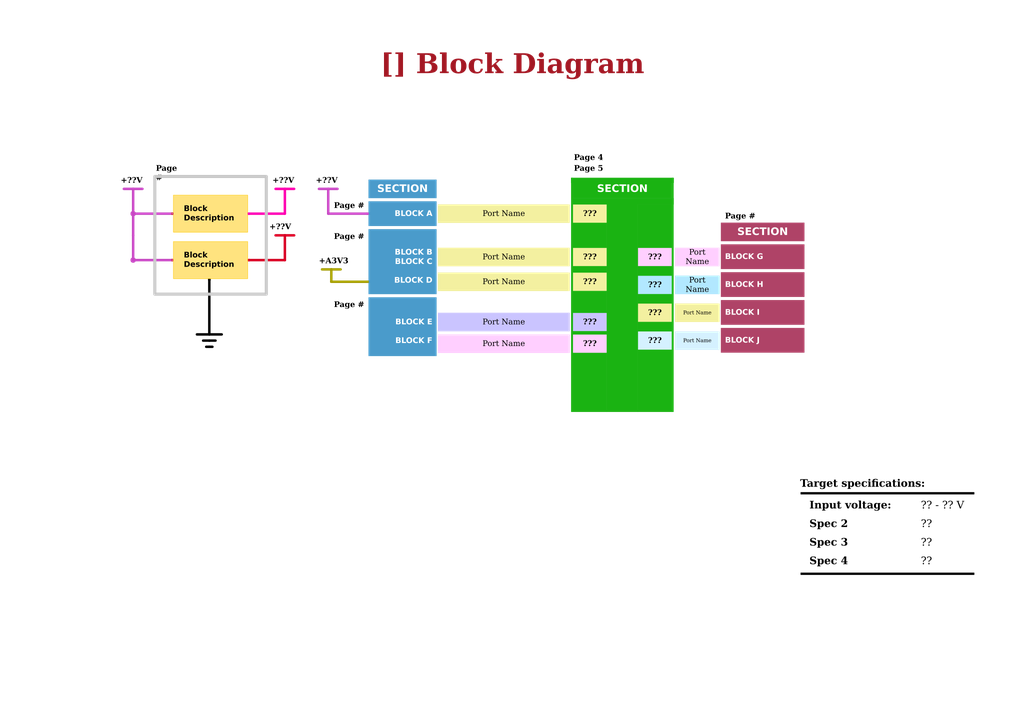
<source format=kicad_sch>
(kicad_sch
	(version 20250114)
	(generator "eeschema")
	(generator_version "9.0")
	(uuid "d4440dba-022e-49b2-97f2-6fc1871c7304")
	(paper "A3")
	(title_block
		(title "Block Diagram")
		(date "2026-01-31")
		(rev "${REVISION}")
		(company "${COMPANY}")
	)
	(lib_symbols)
	(rectangle
		(start 248.92 83.185)
		(end 261.62 168.91)
		(stroke
			(width 0)
			(type default)
			(color 26 179 18 1)
		)
		(fill
			(type color)
			(color 26 179 18 1)
		)
		(uuid 051b3dab-07ca-4b94-92bb-989d74ed83ce)
	)
	(rectangle
		(start 101.727 87.249)
		(end 102.362 88.011)
		(stroke
			(width 0.25)
			(type default)
			(color 255 0 171 1)
		)
		(fill
			(type color)
			(color 255 0 171 1)
		)
		(uuid 12a8f300-c059-4689-9da2-e775c9b7b222)
	)
	(rectangle
		(start 234.315 73.025)
		(end 276.225 74.93)
		(stroke
			(width 0.254)
			(type default)
			(color 26 179 18 1)
		)
		(fill
			(type color)
			(color 26 179 18 1)
		)
		(uuid 1c38ab9f-78ac-4525-a905-692b68e0d7be)
	)
	(rectangle
		(start 261.62 83.82)
		(end 275.59 101.6)
		(stroke
			(width 0)
			(type default)
			(color 26 179 18 1)
		)
		(fill
			(type color)
			(color 26 179 18 1)
		)
		(uuid 26212d99-97fb-4a34-b4ec-26a67ba18c64)
	)
	(rectangle
		(start 234.95 119.38)
		(end 248.92 128.27)
		(stroke
			(width 0)
			(type default)
			(color 26 179 18 1)
		)
		(fill
			(type color)
			(color 26 179 18 1)
		)
		(uuid 33939e83-1742-40c8-b78d-5af3b914ab31)
	)
	(rectangle
		(start 150.495 115.189)
		(end 151.13 115.951)
		(stroke
			(width 0.25)
			(type default)
			(color 162 155 0 1)
		)
		(fill
			(type color)
			(color 162 155 0 1)
		)
		(uuid 3b840477-c973-44d9-8a43-b3feac50c6bc)
	)
	(rectangle
		(start 275.59 73.025)
		(end 276.225 168.91)
		(stroke
			(width 0)
			(type default)
			(color 26 179 18 1)
		)
		(fill
			(type color)
			(color 26 179 18 1)
		)
		(uuid 43ad7506-e0d7-49b6-972c-517451df1dd9)
	)
	(rectangle
		(start 70.358 87.249)
		(end 70.993 88.011)
		(stroke
			(width 0.25)
			(type default)
			(color 200 50 50 1)
		)
		(fill
			(type color)
			(color 200 50 50 1)
		)
		(uuid 4c6cb9bc-6ebc-49a3-893d-9406d03eb74b)
	)
	(rectangle
		(start 261.62 132.08)
		(end 275.59 135.89)
		(stroke
			(width 0)
			(type default)
			(color 26 179 18 1)
		)
		(fill
			(type color)
			(color 26 179 18 1)
		)
		(uuid 5911023f-b729-4638-87b7-c8fa6a2da4ad)
	)
	(rectangle
		(start 71.12 99.06)
		(end 101.6 114.3)
		(stroke
			(width 0)
			(type default)
			(color 255 200 0 0.5019607843)
		)
		(fill
			(type color)
			(color 255 200 0 0.5019607843)
		)
		(uuid 6d27083e-baf9-459e-b0dc-430395e74362)
	)
	(rectangle
		(start 150.495 87.249)
		(end 151.13 88.011)
		(stroke
			(width 0.25)
			(type default)
			(color 198 71 194 1)
		)
		(fill
			(type color)
			(color 198 71 194 1)
		)
		(uuid 70402685-b75b-4b36-9a72-62f7d7d97bb6)
	)
	(rectangle
		(start 261.62 120.65)
		(end 275.59 124.46)
		(stroke
			(width 0)
			(type default)
			(color 26 179 18 1)
		)
		(fill
			(type color)
			(color 26 179 18 1)
		)
		(uuid 704c4eca-e0af-4df0-a6c1-739054ac1983)
	)
	(rectangle
		(start 234.95 109.22)
		(end 248.92 111.76)
		(stroke
			(width 0)
			(type default)
			(color 26 179 18 1)
		)
		(fill
			(type color)
			(color 26 179 18 1)
		)
		(uuid 74c5f5ac-510e-4c99-8e0e-ca2d145a7687)
	)
	(rectangle
		(start 261.62 109.22)
		(end 275.59 113.03)
		(stroke
			(width 0)
			(type default)
			(color 26 179 18 1)
		)
		(fill
			(type color)
			(color 26 179 18 1)
		)
		(uuid 87d7856c-4e25-4074-8ed9-6d9286fce9a4)
	)
	(rectangle
		(start 63.5 72.39)
		(end 109.22 120.65)
		(stroke
			(width 1.27)
			(type default)
			(color 200 200 200 1)
		)
		(fill
			(type none)
		)
		(uuid 897139e0-9c3f-4923-b42e-05cc6d59978b)
	)
	(rectangle
		(start 85.344 114.3)
		(end 86.36 115.062)
		(stroke
			(width 0.001)
			(type default)
			(color 0 0 0 1)
		)
		(fill
			(type color)
			(color 0 0 0 1)
		)
		(uuid 8fb245d6-696e-46a9-aee0-fc71b1bd2811)
	)
	(rectangle
		(start 70.358 106.299)
		(end 70.993 107.061)
		(stroke
			(width 0.25)
			(type default)
			(color 200 50 50 1)
		)
		(fill
			(type color)
			(color 200 50 50 1)
		)
		(uuid 926c14cd-51d6-4183-83aa-3acd3f364634)
	)
	(rectangle
		(start 328.422 234.95)
		(end 399.542 235.712)
		(stroke
			(width 0)
			(type default)
			(color 0 0 0 1)
		)
		(fill
			(type color)
			(color 0 0 0 1)
		)
		(uuid 96358351-64fb-49b9-98d4-c975a586b1c3)
	)
	(rectangle
		(start 234.95 135.89)
		(end 248.92 137.16)
		(stroke
			(width 0)
			(type default)
			(color 26 179 18 1)
		)
		(fill
			(type color)
			(color 26 179 18 1)
		)
		(uuid 97242065-2f97-4ca3-afed-c927195a53b5)
	)
	(rectangle
		(start 101.727 106.299)
		(end 102.362 107.061)
		(stroke
			(width 0.25)
			(type default)
			(color 212 0 32 1)
		)
		(fill
			(type color)
			(color 212 0 32 1)
		)
		(uuid b511ed02-73dc-4aca-8856-32e3a0e7b2bd)
	)
	(rectangle
		(start 234.95 91.44)
		(end 248.92 101.6)
		(stroke
			(width 0)
			(type default)
			(color 26 179 18 1)
		)
		(fill
			(type color)
			(color 26 179 18 1)
		)
		(uuid b7a01405-5415-4722-a9d4-e1bc398d69f2)
	)
	(rectangle
		(start 261.62 143.51)
		(end 275.59 168.91)
		(stroke
			(width 0)
			(type default)
			(color 26 179 18 1)
		)
		(fill
			(type color)
			(color 26 179 18 1)
		)
		(uuid c05a42e9-546b-43b1-a369-f14860ee7f90)
	)
	(rectangle
		(start 234.95 144.78)
		(end 248.92 168.91)
		(stroke
			(width 0)
			(type default)
			(color 26 179 18 1)
		)
		(fill
			(type color)
			(color 26 179 18 1)
		)
		(uuid c0f61f09-5d95-4ea6-baa5-6b9b5ba11fd4)
	)
	(circle
		(center 54.61 106.68)
		(radius 1.016)
		(stroke
			(width 0)
			(type default)
			(color 198 71 194 1)
		)
		(fill
			(type color)
			(color 198 71 194 1)
		)
		(uuid c30887ce-e8b0-4e61-8035-f856b5a10339)
	)
	(rectangle
		(start 328.422 201.93)
		(end 399.542 202.692)
		(stroke
			(width 0)
			(type default)
			(color 0 0 0 1)
		)
		(fill
			(type color)
			(color 0 0 0 1)
		)
		(uuid ca4906af-4562-456f-b79d-f6f2c9056c36)
	)
	(rectangle
		(start 71.12 80.01)
		(end 101.6 95.25)
		(stroke
			(width 0)
			(type default)
			(color 255 200 0 0.5019607843)
		)
		(fill
			(type color)
			(color 255 200 0 0.5019607843)
		)
		(uuid d13c4f55-d46a-439a-a208-cbdf66d39a09)
	)
	(rectangle
		(start 234.315 73.025)
		(end 234.95 168.91)
		(stroke
			(width 0)
			(type default)
			(color 26 179 18 1)
		)
		(fill
			(type color)
			(color 26 179 18 1)
		)
		(uuid dc9ef58a-3544-4871-98b7-f59b2deb6c2b)
	)
	(rectangle
		(start 234.95 81.28)
		(end 276.225 83.82)
		(stroke
			(width 0)
			(type default)
			(color 26 179 18 1)
		)
		(fill
			(type color)
			(color 26 179 18 1)
		)
		(uuid f6ac3050-3d82-4a34-858d-91b5402f431f)
	)
	(circle
		(center 54.61 87.63)
		(radius 1.016)
		(stroke
			(width 0)
			(type default)
			(color 198 71 194 1)
		)
		(fill
			(type color)
			(color 198 71 194 1)
		)
		(uuid fb962045-e3ad-427d-8e13-7189ce103507)
	)
	(text "+??V"
		(exclude_from_sim no)
		(at 49.53 76.2 0)
		(effects
			(font
				(face "Times New Roman")
				(size 2.286 2.286)
				(thickness 0.4572)
				(bold yes)
				(color 0 0 0 1)
			)
			(justify left bottom)
		)
		(uuid "101bf075-2779-4382-8921-8033e4839d29")
	)
	(text "+??V"
		(exclude_from_sim no)
		(at 129.54 76.2 0)
		(effects
			(font
				(face "Times New Roman")
				(size 2.286 2.286)
				(thickness 0.4572)
				(bold yes)
				(color 0 0 0 1)
			)
			(justify left bottom)
		)
		(uuid "23593793-e5e2-4dd7-8899-50a4202bb53e")
	)
	(text "+A3V3"
		(exclude_from_sim no)
		(at 130.81 109.22 0)
		(effects
			(font
				(face "Times New Roman")
				(size 2.286 2.286)
				(thickness 0.4572)
				(bold yes)
				(color 0 0 0 1)
			)
			(justify left bottom)
		)
		(uuid "7cb39811-7e9e-4b6a-b7ed-352cfdbf227b")
	)
	(text "+??V"
		(exclude_from_sim no)
		(at 119.38 95.25 0)
		(effects
			(font
				(face "Times New Roman")
				(size 2.286 2.286)
				(thickness 0.4572)
				(bold yes)
				(color 0 0 0 1)
			)
			(justify right bottom)
		)
		(uuid "ad6e3829-3684-4af1-9a28-ced841b0c880")
	)
	(text "+??V"
		(exclude_from_sim no)
		(at 120.65 76.2 0)
		(effects
			(font
				(face "Times New Roman")
				(size 2.286 2.286)
				(thickness 0.4572)
				(bold yes)
				(color 0 0 0 1)
			)
			(justify right bottom)
		)
		(uuid "f6a5ad4b-42cb-4635-94fa-d83f0234055d")
	)
	(text_box "SECTION"
		(exclude_from_sim no)
		(at 295.656 91.313 0)
		(size 34.29 7.62)
		(margins 2.2859 2.2859 2.2859 2.2859)
		(stroke
			(width -0.0001)
			(type default)
		)
		(fill
			(type color)
			(color 175 67 103 1)
		)
		(effects
			(font
				(face "Arial")
				(size 3.048 3.048)
				(bold yes)
				(color 255 255 255 1)
			)
		)
		(uuid "08792924-1597-48a7-a535-4ea702d4e92a")
	)
	(text_box "Spec 4"
		(exclude_from_sim no)
		(at 329.692 226.06 0)
		(size 44.45 7.62)
		(margins 2.2859 2.2859 2.2859 2.2859)
		(stroke
			(width -0.0001)
			(type default)
		)
		(fill
			(type none)
		)
		(effects
			(font
				(face "Times New Roman")
				(size 3.048 3.048)
				(thickness 0.4572)
				(bold yes)
				(color 0 0 0 1)
			)
			(justify left top)
		)
		(uuid "0b8fa12d-be48-46d8-a337-f14f24e9a703")
	)
	(text_box "BLOCK H"
		(exclude_from_sim no)
		(at 295.656 111.633 0)
		(size 34.29 10.16)
		(margins 1.7144 1.7144 1.7144 1.7144)
		(stroke
			(width -0.0001)
			(type default)
		)
		(fill
			(type color)
			(color 175 67 103 1)
		)
		(effects
			(font
				(face "Arial")
				(size 2.286 2.286)
				(bold yes)
				(color 255 255 255 1)
			)
			(justify left)
		)
		(uuid "0b9b765b-8d21-4bd4-bfcc-8abb2cd50003")
	)
	(text_box "\nBLOCK B\nBLOCK C\n\nBLOCK D"
		(exclude_from_sim no)
		(at 151.13 93.98 0)
		(size 27.94 26.67)
		(margins 1.7144 1.7144 1.7144 1.7144)
		(stroke
			(width -0.0001)
			(type default)
		)
		(fill
			(type color)
			(color 74 155 203 1)
		)
		(effects
			(font
				(face "Arial")
				(size 2.286 2.286)
				(bold yes)
				(color 255 255 255 1)
			)
			(justify right)
		)
		(uuid "0ca6e80b-6bc5-4e32-b003-d47921d4eb4e")
	)
	(text_box "BLOCK I"
		(exclude_from_sim no)
		(at 295.656 123.063 0)
		(size 34.29 10.16)
		(margins 1.7144 1.7144 1.7144 1.7144)
		(stroke
			(width -0.0001)
			(type default)
		)
		(fill
			(type color)
			(color 175 67 103 1)
		)
		(effects
			(font
				(face "Arial")
				(size 2.286 2.286)
				(bold yes)
				(color 255 255 255 1)
			)
			(justify left)
		)
		(uuid "11e64421-736a-42af-9a25-95ee829c7839")
	)
	(text_box "?? - ?? V"
		(exclude_from_sim no)
		(at 375.412 203.2 0)
		(size 24.13 7.62)
		(margins 2.2859 2.2859 2.2859 2.2859)
		(stroke
			(width -0.0001)
			(type default)
		)
		(fill
			(type none)
		)
		(effects
			(font
				(face "Times New Roman")
				(size 3.048 3.048)
				(color 0 0 0 1)
			)
			(justify left top)
		)
		(uuid "15dd005a-2a1f-436c-a9b8-4953c7e00daf")
	)
	(text_box "Block\nDescription"
		(exclude_from_sim no)
		(at 73.66 82.55 0)
		(size 25.4 10.16)
		(margins 1.7144 1.7144 1.7144 1.7144)
		(stroke
			(width -0.0001)
			(type default)
		)
		(fill
			(type none)
		)
		(effects
			(font
				(face "Arial")
				(size 2.286 2.286)
				(thickness 0.254)
				(bold yes)
				(color 0 0 0 1)
			)
			(justify left top)
		)
		(uuid "2663f24d-cd9a-4dae-a281-16b6b61253ad")
	)
	(text_box "??"
		(exclude_from_sim no)
		(at 375.412 226.06 0)
		(size 24.13 7.62)
		(margins 2.2859 2.2859 2.2859 2.2859)
		(stroke
			(width -0.0001)
			(type default)
		)
		(fill
			(type none)
		)
		(effects
			(font
				(face "Times New Roman")
				(size 3.048 3.048)
				(color 0 0 0 1)
			)
			(justify left top)
		)
		(uuid "286ce998-255c-48c3-a453-7c9a43b4377f")
	)
	(text_box "SECTION"
		(exclude_from_sim no)
		(at 234.95 73.66 0)
		(size 40.64 7.62)
		(margins 2.2859 2.2859 2.2859 2.2859)
		(stroke
			(width -0.0001)
			(type default)
		)
		(fill
			(type color)
			(color 26 179 18 1)
		)
		(effects
			(font
				(face "Arial")
				(size 3.048 3.048)
				(bold yes)
				(color 255 255 255 1)
			)
		)
		(uuid "303e44ee-abec-47f8-8dea-369c5a3e7105")
	)
	(text_box "???"
		(exclude_from_sim no)
		(at 234.95 101.6 0)
		(size 13.97 7.62)
		(margins 1.7144 1.7144 1.7144 1.7144)
		(stroke
			(width -0.0001)
			(type default)
		)
		(fill
			(type color)
			(color 243 240 160 1)
		)
		(effects
			(font
				(face "Times New Roman")
				(size 2.286 2.286)
				(bold yes)
				(color 0 0 0 1)
			)
		)
		(uuid "31760221-0d6f-4f56-83a1-ee270701886f")
	)
	(text_box "Port Name"
		(exclude_from_sim no)
		(at 276.86 101.6 0)
		(size 18.288 7.62)
		(margins 1.7144 1.7144 1.7144 1.7144)
		(stroke
			(width -0.0001)
			(type default)
		)
		(fill
			(type color)
			(color 255 207 255 1)
		)
		(effects
			(font
				(face "Times New Roman")
				(size 2.286 2.286)
				(italic yes)
				(color 0 0 0 1)
			)
		)
		(uuid "3821ca79-fb94-443d-a0d0-b8f77f4280b0")
	)
	(text_box "BLOCK G"
		(exclude_from_sim no)
		(at 295.656 100.203 0)
		(size 34.29 10.16)
		(margins 1.7144 1.7144 1.7144 1.7144)
		(stroke
			(width -0.0001)
			(type default)
		)
		(fill
			(type color)
			(color 175 67 103 1)
		)
		(effects
			(font
				(face "Arial")
				(size 2.286 2.286)
				(bold yes)
				(color 255 255 255 1)
			)
			(justify left)
		)
		(uuid "3876e24b-eb64-40f0-82f4-8ed551a76338")
	)
	(text_box "???"
		(exclude_from_sim no)
		(at 234.95 137.16 0)
		(size 13.97 7.62)
		(margins 1.7144 1.7144 1.7144 1.7144)
		(stroke
			(width -0.0001)
			(type default)
		)
		(fill
			(type color)
			(color 255 207 255 1)
		)
		(effects
			(font
				(face "Times New Roman")
				(size 2.286 2.286)
				(bold yes)
				(color 0 0 0 1)
			)
		)
		(uuid "3a803ec7-48bf-494a-8620-a6b0d82a5e96")
	)
	(text_box "Page #"
		(exclude_from_sim no)
		(at 133.35 81.28 0)
		(size 17.78 5.08)
		(margins 1.7144 1.7144 1.7144 1.7144)
		(stroke
			(width -0.0001)
			(type default)
		)
		(fill
			(type none)
		)
		(effects
			(font
				(face "Times New Roman")
				(size 2.286 2.286)
				(thickness 0.4572)
				(bold yes)
				(color 0 0 0 1)
			)
			(justify right top)
		)
		(uuid "437beeb4-8fab-4629-8a22-68c4be7a2c41")
	)
	(text_box "Port Name"
		(exclude_from_sim no)
		(at 276.86 135.89 0)
		(size 18.288 7.62)
		(margins 1.1429 1.1429 1.1429 1.1429)
		(stroke
			(width -0.0001)
			(type default)
		)
		(fill
			(type color)
			(color 213 241 255 1)
		)
		(effects
			(font
				(face "Times New Roman")
				(size 1.524 1.524)
				(italic yes)
				(color 0 0 0 1)
			)
		)
		(uuid "5bc00d08-ece7-489a-82a0-99db7e5f4aea")
	)
	(text_box "Port Name"
		(exclude_from_sim no)
		(at 179.578 101.6 0)
		(size 54.102 7.62)
		(margins 1.7144 1.7144 1.7144 1.7144)
		(stroke
			(width -0.0001)
			(type default)
		)
		(fill
			(type color)
			(color 243 240 160 1)
		)
		(effects
			(font
				(face "Times New Roman")
				(size 2.286 2.286)
				(italic yes)
				(color 0 0 0 1)
			)
		)
		(uuid "5ce5a322-8350-4910-8fa8-1f7f1d462e6a")
	)
	(text_box "Port Name"
		(exclude_from_sim no)
		(at 276.86 124.46 0)
		(size 18.288 7.62)
		(margins 1.1429 1.1429 1.1429 1.1429)
		(stroke
			(width -0.0001)
			(type default)
		)
		(fill
			(type color)
			(color 243 240 160 1)
		)
		(effects
			(font
				(face "Times New Roman")
				(size 1.524 1.524)
				(italic yes)
				(color 0 0 0 1)
			)
		)
		(uuid "5f4a2d80-9818-43e5-9ca8-d8665fb36805")
	)
	(text_box "Page 4"
		(exclude_from_sim no)
		(at 233.68 61.595 0)
		(size 24.765 5.08)
		(margins 1.7144 1.7144 1.7144 1.7144)
		(stroke
			(width -0.0001)
			(type default)
		)
		(fill
			(type none)
		)
		(effects
			(font
				(face "Times New Roman")
				(size 2.286 2.286)
				(thickness 0.4572)
				(bold yes)
				(color 0 0 0 1)
			)
			(justify left top)
		)
		(uuid "5fb758b9-5535-46ac-bcbe-588aaeffe614")
	)
	(text_box "???"
		(exclude_from_sim no)
		(at 261.62 113.03 0)
		(size 13.97 7.62)
		(margins 1.7144 1.7144 1.7144 1.7144)
		(stroke
			(width -0.0001)
			(type default)
		)
		(fill
			(type color)
			(color 178 232 255 1)
		)
		(effects
			(font
				(face "Times New Roman")
				(size 2.286 2.286)
				(bold yes)
				(color 0 0 0 1)
			)
		)
		(uuid "6bb82d71-4237-4fb9-a71e-68c5a65a7171")
	)
	(text_box "Page #"
		(exclude_from_sim no)
		(at 133.35 121.92 0)
		(size 17.78 5.08)
		(margins 1.7144 1.7144 1.7144 1.7144)
		(stroke
			(width -0.0001)
			(type default)
		)
		(fill
			(type none)
		)
		(effects
			(font
				(face "Times New Roman")
				(size 2.286 2.286)
				(thickness 0.4572)
				(bold yes)
				(color 0 0 0 1)
			)
			(justify right top)
			(href "#")
		)
		(uuid "71234750-6a94-4706-b48c-45e77bb2fa83")
	)
	(text_box "[${#}] ${TITLE}"
		(exclude_from_sim no)
		(at 144.78 20.32 0)
		(size 130.81 12.7)
		(margins 5.9999 5.9999 5.9999 5.9999)
		(stroke
			(width -0.0001)
			(type default)
		)
		(fill
			(type none)
		)
		(effects
			(font
				(face "Times New Roman")
				(size 8 8)
				(thickness 1.2)
				(bold yes)
				(color 162 22 34 1)
			)
		)
		(uuid "73b2b29c-2473-4e80-be0b-4f57c6856c3e")
	)
	(text_box "??"
		(exclude_from_sim no)
		(at 375.412 210.82 0)
		(size 24.13 7.62)
		(margins 2.2859 2.2859 2.2859 2.2859)
		(stroke
			(width -0.0001)
			(type default)
		)
		(fill
			(type none)
		)
		(effects
			(font
				(face "Times New Roman")
				(size 3.048 3.048)
				(color 0 0 0 1)
			)
			(justify left top)
		)
		(uuid "79a60212-4382-435d-b74b-f889451ff3a1")
	)
	(text_box "Input voltage:"
		(exclude_from_sim no)
		(at 329.692 203.2 0)
		(size 41.91 7.62)
		(margins 2.2859 2.2859 2.2859 2.2859)
		(stroke
			(width -0.0001)
			(type default)
		)
		(fill
			(type none)
		)
		(effects
			(font
				(face "Times New Roman")
				(size 3.048 3.048)
				(thickness 0.4572)
				(bold yes)
				(color 0 0 0 1)
			)
			(justify left top)
		)
		(uuid "7a48ef1e-fc21-4f84-87ab-2b944a808bd0")
	)
	(text_box "SECTION"
		(exclude_from_sim no)
		(at 151.13 73.66 0)
		(size 27.94 7.62)
		(margins 2.2859 2.2859 2.2859 2.2859)
		(stroke
			(width -0.0001)
			(type default)
		)
		(fill
			(type color)
			(color 74 155 203 1)
		)
		(effects
			(font
				(face "Arial")
				(size 3.048 3.048)
				(bold yes)
				(color 255 255 255 1)
			)
		)
		(uuid "7a77dff7-2b2f-4cc0-b247-3708c3bf73e3")
	)
	(text_box "Port Name"
		(exclude_from_sim no)
		(at 179.578 137.16 0)
		(size 54.102 7.62)
		(margins 1.7144 1.7144 1.7144 1.7144)
		(stroke
			(width -0.0001)
			(type default)
		)
		(fill
			(type color)
			(color 255 207 255 1)
		)
		(effects
			(font
				(face "Times New Roman")
				(size 2.286 2.286)
				(italic yes)
				(color 0 0 0 1)
			)
		)
		(uuid "84849006-fb86-4477-a3f4-4ca49bfeb231")
	)
	(text_box "Page #"
		(exclude_from_sim no)
		(at 133.35 93.98 0)
		(size 17.78 5.08)
		(margins 1.7144 1.7144 1.7144 1.7144)
		(stroke
			(width -0.0001)
			(type default)
		)
		(fill
			(type none)
		)
		(effects
			(font
				(face "Times New Roman")
				(size 2.286 2.286)
				(thickness 0.4572)
				(bold yes)
				(color 0 0 0 1)
			)
			(justify right top)
		)
		(uuid "87f20548-41ba-4502-b504-e75401f699bf")
	)
	(text_box "???"
		(exclude_from_sim no)
		(at 234.95 128.27 0)
		(size 13.97 7.62)
		(margins 1.7144 1.7144 1.7144 1.7144)
		(stroke
			(width -0.0001)
			(type default)
		)
		(fill
			(type color)
			(color 202 196 255 1)
		)
		(effects
			(font
				(face "Times New Roman")
				(size 2.286 2.286)
				(bold yes)
				(color 0 0 0 1)
			)
		)
		(uuid "88cc83e7-7bb4-4d6b-9595-b9e1bee5e04b")
	)
	(text_box "Target specifications:"
		(exclude_from_sim no)
		(at 325.882 194.31 0)
		(size 73.66 7.62)
		(margins 2.2859 2.2859 2.2859 2.2859)
		(stroke
			(width -0.0001)
			(type default)
		)
		(fill
			(type none)
		)
		(effects
			(font
				(face "Times New Roman")
				(size 3.048 3.048)
				(thickness 0.4572)
				(bold yes)
				(color 0 0 0 1)
			)
			(justify left top)
		)
		(uuid "92d1b8db-5c65-4f81-bd38-95477ba2f196")
	)
	(text_box "???"
		(exclude_from_sim no)
		(at 234.95 111.76 0)
		(size 13.97 7.62)
		(margins 1.7144 1.7144 1.7144 1.7144)
		(stroke
			(width -0.0001)
			(type default)
		)
		(fill
			(type color)
			(color 243 240 160 1)
		)
		(effects
			(font
				(face "Times New Roman")
				(size 2.286 2.286)
				(bold yes)
				(color 0 0 0 1)
			)
		)
		(uuid "944097c9-4bfa-4c51-95fb-545c2fe74181")
	)
	(text_box "???"
		(exclude_from_sim no)
		(at 261.62 135.89 0)
		(size 13.97 7.62)
		(margins 1.7144 1.7144 1.7144 1.7144)
		(stroke
			(width -0.0001)
			(type default)
		)
		(fill
			(type color)
			(color 213 241 255 1)
		)
		(effects
			(font
				(face "Times New Roman")
				(size 2.286 2.286)
				(bold yes)
				(color 0 0 0 1)
			)
		)
		(uuid "96a92221-2447-4655-a0df-2333f7d2fcea")
	)
	(text_box "???"
		(exclude_from_sim no)
		(at 261.62 101.6 0)
		(size 13.97 7.62)
		(margins 1.7144 1.7144 1.7144 1.7144)
		(stroke
			(width -0.0001)
			(type default)
		)
		(fill
			(type color)
			(color 255 207 255 1)
		)
		(effects
			(font
				(face "Times New Roman")
				(size 2.286 2.286)
				(bold yes)
				(color 0 0 0 1)
			)
		)
		(uuid "99de4852-1e6a-43c2-80a3-f90f994ca547")
	)
	(text_box "Port Name"
		(exclude_from_sim no)
		(at 179.578 111.76 0)
		(size 54.102 7.62)
		(margins 1.7144 1.7144 1.7144 1.7144)
		(stroke
			(width -0.0001)
			(type default)
		)
		(fill
			(type color)
			(color 243 240 160 1)
		)
		(effects
			(font
				(face "Times New Roman")
				(size 2.286 2.286)
				(italic yes)
				(color 0 0 0 1)
			)
		)
		(uuid "9f20ae52-6c21-4c39-bd5b-0dd4e6ac30ac")
	)
	(text_box "Spec 3"
		(exclude_from_sim no)
		(at 329.692 218.44 0)
		(size 41.91 7.62)
		(margins 2.2859 2.2859 2.2859 2.2859)
		(stroke
			(width -0.0001)
			(type default)
		)
		(fill
			(type none)
		)
		(effects
			(font
				(face "Times New Roman")
				(size 3.048 3.048)
				(thickness 0.4572)
				(bold yes)
				(color 0 0 0 1)
			)
			(justify left top)
		)
		(uuid "a94bbe48-2b5a-4095-ae3e-6304ba06e582")
	)
	(text_box "??"
		(exclude_from_sim no)
		(at 375.412 218.44 0)
		(size 24.13 7.62)
		(margins 2.2859 2.2859 2.2859 2.2859)
		(stroke
			(width -0.0001)
			(type default)
		)
		(fill
			(type none)
		)
		(effects
			(font
				(face "Times New Roman")
				(size 3.048 3.048)
				(color 0 0 0 1)
			)
			(justify left top)
		)
		(uuid "a9743942-0f35-4d97-920c-63913a3a8cf5")
	)
	(text_box "Spec 2"
		(exclude_from_sim no)
		(at 329.692 210.82 0)
		(size 43.18 7.62)
		(margins 2.2859 2.2859 2.2859 2.2859)
		(stroke
			(width -0.0001)
			(type default)
		)
		(fill
			(type none)
		)
		(effects
			(font
				(face "Times New Roman")
				(size 3.048 3.048)
				(thickness 0.4572)
				(bold yes)
				(color 0 0 0 1)
			)
			(justify left top)
		)
		(uuid "acb13397-22c2-4daa-8b50-96cfdf3951b7")
	)
	(text_box "???"
		(exclude_from_sim no)
		(at 234.95 83.82 0)
		(size 13.97 7.62)
		(margins 1.7144 1.7144 1.7144 1.7144)
		(stroke
			(width -0.0001)
			(type default)
		)
		(fill
			(type color)
			(color 243 240 160 1)
		)
		(effects
			(font
				(face "Times New Roman")
				(size 2.286 2.286)
				(bold yes)
				(color 0 0 0 1)
			)
		)
		(uuid "b718a613-50e2-4e59-ad8f-81f389012f74")
	)
	(text_box "Port Name"
		(exclude_from_sim no)
		(at 179.578 128.27 0)
		(size 54.102 7.62)
		(margins 1.7144 1.7144 1.7144 1.7144)
		(stroke
			(width -0.0001)
			(type default)
		)
		(fill
			(type color)
			(color 202 196 255 1)
		)
		(effects
			(font
				(face "Times New Roman")
				(size 2.286 2.286)
				(italic yes)
				(color 0 0 0 1)
			)
		)
		(uuid "be16dbe1-3641-4384-b37c-5e66a5e92800")
	)
	(text_box "Block\nDescription"
		(exclude_from_sim no)
		(at 73.66 101.6 0)
		(size 25.4 10.16)
		(margins 1.7144 1.7144 1.7144 1.7144)
		(stroke
			(width -0.0001)
			(type default)
		)
		(fill
			(type none)
		)
		(effects
			(font
				(face "Arial")
				(size 2.286 2.286)
				(thickness 0.254)
				(bold yes)
				(color 0 0 0 1)
			)
			(justify left top)
		)
		(uuid "c57b2792-b5b6-4248-8bcf-18760935fbf0")
	)
	(text_box "Port Name"
		(exclude_from_sim no)
		(at 276.86 113.03 0)
		(size 18.288 7.62)
		(margins 1.7144 1.7144 1.7144 1.7144)
		(stroke
			(width -0.0001)
			(type default)
		)
		(fill
			(type color)
			(color 178 232 255 1)
		)
		(effects
			(font
				(face "Times New Roman")
				(size 2.286 2.286)
				(italic yes)
				(color 0 0 0 1)
			)
		)
		(uuid "c774310f-dfe3-45db-be98-953f7da6465f")
	)
	(text_box "Page #"
		(exclude_from_sim no)
		(at 62.23 66.04 0)
		(size 13.97 5.08)
		(margins 1.7144 1.7144 1.7144 1.7144)
		(stroke
			(width -0.0001)
			(type default)
		)
		(fill
			(type none)
		)
		(effects
			(font
				(face "Times New Roman")
				(size 2.286 2.286)
				(thickness 0.4572)
				(bold yes)
				(color 0 0 0 1)
			)
			(justify left top)
		)
		(uuid "d9eed77b-8391-48bf-a073-8dcaf7ecaa31")
	)
	(text_box "BLOCK A"
		(exclude_from_sim no)
		(at 151.13 82.55 0)
		(size 27.94 10.16)
		(margins 1.7144 1.7144 1.7144 1.7144)
		(stroke
			(width -0.0001)
			(type default)
		)
		(fill
			(type color)
			(color 74 155 203 1)
		)
		(effects
			(font
				(face "Arial")
				(size 2.286 2.286)
				(bold yes)
				(color 255 255 255 1)
			)
			(justify right)
		)
		(uuid "de576dbe-9b0c-4ccd-a266-17b9b354345b")
	)
	(text_box "Port Name"
		(exclude_from_sim no)
		(at 179.578 83.82 0)
		(size 54.102 7.62)
		(margins 1.7144 1.7144 1.7144 1.7144)
		(stroke
			(width -0.0001)
			(type default)
		)
		(fill
			(type color)
			(color 243 240 160 1)
		)
		(effects
			(font
				(face "Times New Roman")
				(size 2.286 2.286)
				(italic yes)
				(color 0 0 0 1)
			)
		)
		(uuid "e4d2bfdf-da93-4c54-800e-be869ac37023")
	)
	(text_box "???"
		(exclude_from_sim no)
		(at 261.62 124.46 0)
		(size 13.97 7.62)
		(margins 1.7144 1.7144 1.7144 1.7144)
		(stroke
			(width -0.0001)
			(type default)
		)
		(fill
			(type color)
			(color 243 240 160 1)
		)
		(effects
			(font
				(face "Times New Roman")
				(size 2.286 2.286)
				(bold yes)
				(color 0 0 0 1)
			)
		)
		(uuid "ecd90e4f-03f0-4de1-bc8b-8f151772557e")
	)
	(text_box "\nBLOCK E\n\nBLOCK F"
		(exclude_from_sim no)
		(at 151.13 121.92 0)
		(size 27.94 24.13)
		(margins 1.7144 1.7144 1.7144 1.7144)
		(stroke
			(width -0.0001)
			(type default)
		)
		(fill
			(type color)
			(color 74 155 203 1)
		)
		(effects
			(font
				(face "Arial")
				(size 2.286 2.286)
				(bold yes)
				(color 255 255 255 1)
			)
			(justify right)
		)
		(uuid "f0caa8ad-c53d-4be7-a0df-6a7fccf418bb")
	)
	(text_box "BLOCK J"
		(exclude_from_sim no)
		(at 295.656 134.493 0)
		(size 34.29 10.16)
		(margins 1.7144 1.7144 1.7144 1.7144)
		(stroke
			(width -0.0001)
			(type default)
		)
		(fill
			(type color)
			(color 175 67 103 1)
		)
		(effects
			(font
				(face "Arial")
				(size 2.286 2.286)
				(bold yes)
				(color 255 255 255 1)
			)
			(justify left)
		)
		(uuid "f1a231a9-4a97-4e03-af77-e46caf6743df")
	)
	(text_box "Page 5"
		(exclude_from_sim no)
		(at 233.68 66.04 0)
		(size 24.765 5.08)
		(margins 1.7144 1.7144 1.7144 1.7144)
		(stroke
			(width -0.0001)
			(type default)
		)
		(fill
			(type none)
		)
		(effects
			(font
				(face "Times New Roman")
				(size 2.286 2.286)
				(thickness 0.4572)
				(bold yes)
				(color 0 0 0 1)
			)
			(justify left top)
			(href "#5")
		)
		(uuid "f4bd87c5-f2bc-4cb7-a254-f36834bb4744")
	)
	(text_box "Page #"
		(exclude_from_sim no)
		(at 295.656 85.598 0)
		(size 17.78 5.08)
		(margins 1.7144 1.7144 1.7144 1.7144)
		(stroke
			(width -0.0001)
			(type default)
		)
		(fill
			(type none)
		)
		(effects
			(font
				(face "Times New Roman")
				(size 2.286 2.286)
				(thickness 0.4572)
				(bold yes)
				(color 0 0 0 1)
			)
			(justify left top)
			(href "#8")
		)
		(uuid "f9cfb483-344e-45f2-991c-61549317056f")
	)
	(polyline
		(pts
			(xy 70.612 106.68) (xy 54.61 106.68)
		)
		(stroke
			(width 1.016)
			(type default)
			(color 198 71 194 1)
		)
		(uuid "0078cbf7-9098-45ec-96f3-0b36f648924d")
	)
	(polyline
		(pts
			(xy 89.662 120.65) (xy 85.852 120.65)
		)
		(stroke
			(width 1.016)
			(type default)
			(color 0 0 0 1)
		)
		(uuid "056eb4ac-5e1a-40de-a6e6-602ab4b463f8")
	)
	(polyline
		(pts
			(xy 70.612 87.63) (xy 54.61 87.63)
		)
		(stroke
			(width 1.016)
			(type default)
			(color 198 71 194 1)
		)
		(uuid "08fc0cd0-29a2-41e6-a897-d7a6a489c1c7")
	)
	(polyline
		(pts
			(xy 87.122 142.24) (xy 85.852 142.24)
		)
		(stroke
			(width 1.016)
			(type default)
			(color 0 0 0 1)
		)
		(uuid "16292375-e090-4b0a-9979-2cc082e8c0cc")
	)
	(polyline
		(pts
			(xy 150.622 87.63) (xy 134.62 87.63)
		)
		(stroke
			(width 1.016)
			(type default)
			(color 198 71 194 1)
		)
		(uuid "18ccff52-fe32-4310-8592-269233d1181b")
	)
	(polyline
		(pts
			(xy 116.84 96.52) (xy 116.84 106.68)
		)
		(stroke
			(width 1.016)
			(type default)
			(color 212 0 32 1)
		)
		(uuid "22ecdb21-cb6c-4fea-8215-9ca181dc7654")
	)
	(polyline
		(pts
			(xy 85.852 114.808) (xy 85.852 137.16)
		)
		(stroke
			(width 1.016)
			(type default)
			(color 0 0 0 1)
		)
		(uuid "2bd63e72-c2e0-4174-99b9-37b4608d1b51")
	)
	(polyline
		(pts
			(xy 116.84 77.47) (xy 116.84 87.63)
		)
		(stroke
			(width 1.016)
			(type default)
			(color 255 0 171 1)
		)
		(uuid "3868fb89-5692-47ab-8dc3-c1768a62c47d")
	)
	(polyline
		(pts
			(xy 120.65 96.52) (xy 116.84 96.52)
		)
		(stroke
			(width 1.016)
			(type default)
			(color 212 0 32 1)
		)
		(uuid "3ad61ad5-2501-40ac-9bf7-e665e25219ef")
	)
	(polyline
		(pts
			(xy 50.8 77.47) (xy 54.61 77.47)
		)
		(stroke
			(width 1.016)
			(type default)
			(color 198 71 194 1)
		)
		(uuid "46995de7-d2ae-43dc-828c-7a85c3a686f0")
	)
	(polyline
		(pts
			(xy 54.61 87.63) (xy 54.61 96.52)
		)
		(stroke
			(width 1.016)
			(type default)
			(color 198 71 194 1)
		)
		(uuid "643459a2-2a93-46f1-8503-aa865b67ae0a")
	)
	(polyline
		(pts
			(xy 102.108 87.63) (xy 116.84 87.63)
		)
		(stroke
			(width 1.016)
			(type default)
			(color 255 0 171 1)
		)
		(uuid "72e45290-1169-4f8d-8787-af61206287b7")
	)
	(polyline
		(pts
			(xy 85.852 139.7) (xy 83.312 139.7)
		)
		(stroke
			(width 1.016)
			(type default)
			(color 0 0 0 1)
		)
		(uuid "7423a2fa-a301-488a-ae90-a426fc1d0892")
	)
	(polyline
		(pts
			(xy 88.392 139.7) (xy 85.852 139.7)
		)
		(stroke
			(width 1.016)
			(type default)
			(color 0 0 0 1)
		)
		(uuid "76447def-e6fd-482e-8306-88604873856d")
	)
	(polyline
		(pts
			(xy 132.08 110.49) (xy 135.89 110.49)
		)
		(stroke
			(width 1.016)
			(type default)
			(color 162 155 0 1)
		)
		(uuid "7bd287d3-dc22-4cf8-a763-778f3da65289")
	)
	(polyline
		(pts
			(xy 54.61 77.47) (xy 54.61 87.63)
		)
		(stroke
			(width 1.016)
			(type default)
			(color 198 71 194 1)
		)
		(uuid "8cfd58b3-fea8-4a65-9b23-c746ab0a9f02")
	)
	(polyline
		(pts
			(xy 80.772 137.16) (xy 85.852 137.16)
		)
		(stroke
			(width 1.016)
			(type default)
			(color 0 0 0 1)
		)
		(uuid "95a37cc2-e75a-4501-a098-956d2a7cf878")
	)
	(polyline
		(pts
			(xy 134.62 77.47) (xy 134.62 87.63)
		)
		(stroke
			(width 1.016)
			(type default)
			(color 198 71 194 1)
		)
		(uuid "9ea93a8a-79ec-4966-b5b9-d418a1953413")
	)
	(polyline
		(pts
			(xy 134.62 77.47) (xy 138.43 77.47)
		)
		(stroke
			(width 1.016)
			(type default)
			(color 198 71 194 1)
		)
		(uuid "a0186362-c474-4f60-92f7-0cd6ab4716b3")
	)
	(polyline
		(pts
			(xy 54.61 77.47) (xy 58.42 77.47)
		)
		(stroke
			(width 1.016)
			(type default)
			(color 198 71 194 1)
		)
		(uuid "aa5dc26a-edf0-426a-baae-3922b009809d")
	)
	(polyline
		(pts
			(xy 116.84 77.47) (xy 113.03 77.47)
		)
		(stroke
			(width 1.016)
			(type default)
			(color 255 0 171 1)
		)
		(uuid "abfb0e67-9089-48e8-8232-8502ca1768e2")
	)
	(polyline
		(pts
			(xy 85.852 142.24) (xy 84.582 142.24)
		)
		(stroke
			(width 1.016)
			(type default)
			(color 0 0 0 1)
		)
		(uuid "ae679bf6-2423-4eb6-83ff-203e4dbc3b14")
	)
	(polyline
		(pts
			(xy 130.81 77.47) (xy 134.62 77.47)
		)
		(stroke
			(width 1.016)
			(type default)
			(color 198 71 194 1)
		)
		(uuid "b0945337-03d4-457a-9c2e-c0bab7dcf94e")
	)
	(polyline
		(pts
			(xy 150.622 115.57) (xy 135.89 115.57)
		)
		(stroke
			(width 1.016)
			(type default)
			(color 162 155 0 1)
		)
		(uuid "b3418ae8-9d75-4e41-a3da-190702cd18d2")
	)
	(polyline
		(pts
			(xy 116.84 96.52) (xy 113.03 96.52)
		)
		(stroke
			(width 1.016)
			(type default)
			(color 212 0 32 1)
		)
		(uuid "b6c0a1ce-c65c-4ea7-8db7-d4822d92fceb")
	)
	(polyline
		(pts
			(xy 85.852 120.65) (xy 82.042 120.65)
		)
		(stroke
			(width 1.016)
			(type default)
			(color 0 0 0 1)
		)
		(uuid "bbbec36c-623f-4102-99b0-eff22d217ba1")
	)
	(polyline
		(pts
			(xy 120.65 77.47) (xy 116.84 77.47)
		)
		(stroke
			(width 1.016)
			(type default)
			(color 255 0 171 1)
		)
		(uuid "d29a50be-ce3c-4cb1-b849-60799978c305")
	)
	(polyline
		(pts
			(xy 135.89 110.49) (xy 135.89 115.57)
		)
		(stroke
			(width 1.016)
			(type default)
			(color 162 155 0 1)
		)
		(uuid "e522b6d4-c3ef-41d5-9de8-677c57429daf")
	)
	(polyline
		(pts
			(xy 102.108 106.68) (xy 116.84 106.68)
		)
		(stroke
			(width 1.016)
			(type default)
			(color 212 0 32 1)
		)
		(uuid "e77019d6-1773-46ed-953e-95dcf6e77cd6")
	)
	(polyline
		(pts
			(xy 54.61 96.52) (xy 54.61 106.68)
		)
		(stroke
			(width 1.016)
			(type default)
			(color 198 71 194 1)
		)
		(uuid "f15951f9-af67-479e-871b-cba1a69ad58a")
	)
	(polyline
		(pts
			(xy 135.89 110.49) (xy 139.7 110.49)
		)
		(stroke
			(width 1.016)
			(type default)
			(color 162 155 0 1)
		)
		(uuid "f20be4ca-f5a2-4033-9321-086a1473fb5f")
	)
	(polyline
		(pts
			(xy 85.852 137.16) (xy 90.932 137.16)
		)
		(stroke
			(width 1.016)
			(type default)
			(color 0 0 0 1)
		)
		(uuid "f5115127-85c3-4f3c-ba14-b9a3028b6847")
	)
)

</source>
